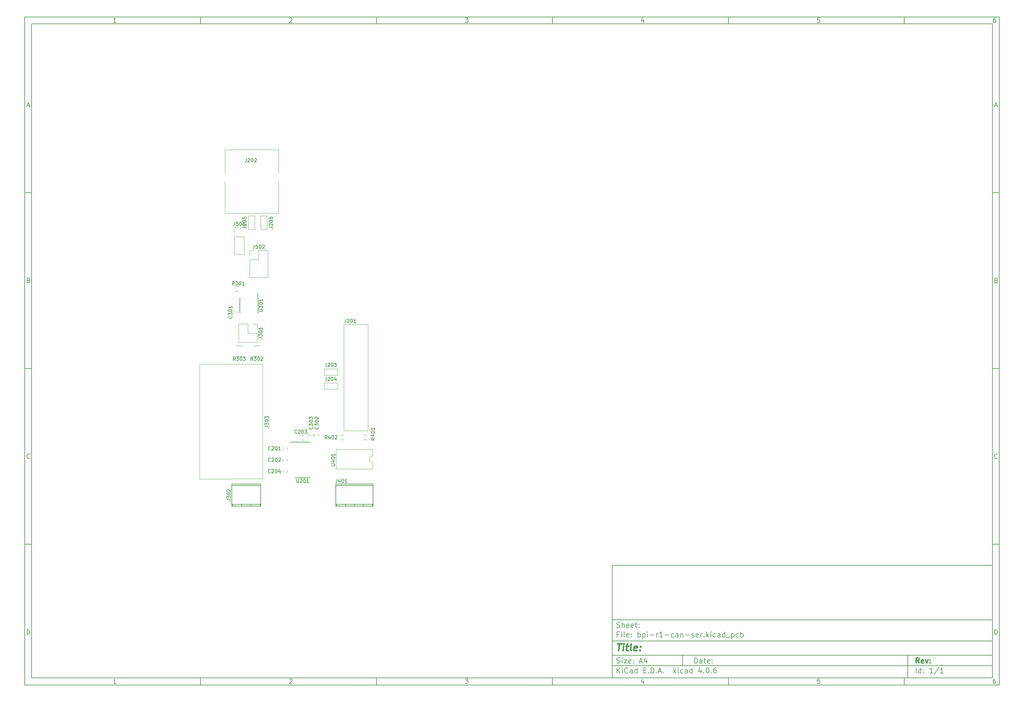
<source format=gto>
G04 #@! TF.FileFunction,Legend,Top*
%FSLAX46Y46*%
G04 Gerber Fmt 4.6, Leading zero omitted, Abs format (unit mm)*
G04 Created by KiCad (PCBNEW 4.0.6) date 07/31/17 19:13:33*
%MOMM*%
%LPD*%
G01*
G04 APERTURE LIST*
%ADD10C,0.100000*%
%ADD11C,0.150000*%
%ADD12C,0.300000*%
%ADD13C,0.400000*%
%ADD14C,0.120000*%
G04 APERTURE END LIST*
D10*
D11*
X177002200Y-166007200D02*
X177002200Y-198007200D01*
X285002200Y-198007200D01*
X285002200Y-166007200D01*
X177002200Y-166007200D01*
D10*
D11*
X10000000Y-10000000D02*
X10000000Y-200007200D01*
X287002200Y-200007200D01*
X287002200Y-10000000D01*
X10000000Y-10000000D01*
D10*
D11*
X12000000Y-12000000D02*
X12000000Y-198007200D01*
X285002200Y-198007200D01*
X285002200Y-12000000D01*
X12000000Y-12000000D01*
D10*
D11*
X60000000Y-12000000D02*
X60000000Y-10000000D01*
D10*
D11*
X110000000Y-12000000D02*
X110000000Y-10000000D01*
D10*
D11*
X160000000Y-12000000D02*
X160000000Y-10000000D01*
D10*
D11*
X210000000Y-12000000D02*
X210000000Y-10000000D01*
D10*
D11*
X260000000Y-12000000D02*
X260000000Y-10000000D01*
D10*
D11*
X35990476Y-11588095D02*
X35247619Y-11588095D01*
X35619048Y-11588095D02*
X35619048Y-10288095D01*
X35495238Y-10473810D01*
X35371429Y-10597619D01*
X35247619Y-10659524D01*
D10*
D11*
X85247619Y-10411905D02*
X85309524Y-10350000D01*
X85433333Y-10288095D01*
X85742857Y-10288095D01*
X85866667Y-10350000D01*
X85928571Y-10411905D01*
X85990476Y-10535714D01*
X85990476Y-10659524D01*
X85928571Y-10845238D01*
X85185714Y-11588095D01*
X85990476Y-11588095D01*
D10*
D11*
X135185714Y-10288095D02*
X135990476Y-10288095D01*
X135557143Y-10783333D01*
X135742857Y-10783333D01*
X135866667Y-10845238D01*
X135928571Y-10907143D01*
X135990476Y-11030952D01*
X135990476Y-11340476D01*
X135928571Y-11464286D01*
X135866667Y-11526190D01*
X135742857Y-11588095D01*
X135371429Y-11588095D01*
X135247619Y-11526190D01*
X135185714Y-11464286D01*
D10*
D11*
X185866667Y-10721429D02*
X185866667Y-11588095D01*
X185557143Y-10226190D02*
X185247619Y-11154762D01*
X186052381Y-11154762D01*
D10*
D11*
X235928571Y-10288095D02*
X235309524Y-10288095D01*
X235247619Y-10907143D01*
X235309524Y-10845238D01*
X235433333Y-10783333D01*
X235742857Y-10783333D01*
X235866667Y-10845238D01*
X235928571Y-10907143D01*
X235990476Y-11030952D01*
X235990476Y-11340476D01*
X235928571Y-11464286D01*
X235866667Y-11526190D01*
X235742857Y-11588095D01*
X235433333Y-11588095D01*
X235309524Y-11526190D01*
X235247619Y-11464286D01*
D10*
D11*
X285866667Y-10288095D02*
X285619048Y-10288095D01*
X285495238Y-10350000D01*
X285433333Y-10411905D01*
X285309524Y-10597619D01*
X285247619Y-10845238D01*
X285247619Y-11340476D01*
X285309524Y-11464286D01*
X285371429Y-11526190D01*
X285495238Y-11588095D01*
X285742857Y-11588095D01*
X285866667Y-11526190D01*
X285928571Y-11464286D01*
X285990476Y-11340476D01*
X285990476Y-11030952D01*
X285928571Y-10907143D01*
X285866667Y-10845238D01*
X285742857Y-10783333D01*
X285495238Y-10783333D01*
X285371429Y-10845238D01*
X285309524Y-10907143D01*
X285247619Y-11030952D01*
D10*
D11*
X60000000Y-198007200D02*
X60000000Y-200007200D01*
D10*
D11*
X110000000Y-198007200D02*
X110000000Y-200007200D01*
D10*
D11*
X160000000Y-198007200D02*
X160000000Y-200007200D01*
D10*
D11*
X210000000Y-198007200D02*
X210000000Y-200007200D01*
D10*
D11*
X260000000Y-198007200D02*
X260000000Y-200007200D01*
D10*
D11*
X35990476Y-199595295D02*
X35247619Y-199595295D01*
X35619048Y-199595295D02*
X35619048Y-198295295D01*
X35495238Y-198481010D01*
X35371429Y-198604819D01*
X35247619Y-198666724D01*
D10*
D11*
X85247619Y-198419105D02*
X85309524Y-198357200D01*
X85433333Y-198295295D01*
X85742857Y-198295295D01*
X85866667Y-198357200D01*
X85928571Y-198419105D01*
X85990476Y-198542914D01*
X85990476Y-198666724D01*
X85928571Y-198852438D01*
X85185714Y-199595295D01*
X85990476Y-199595295D01*
D10*
D11*
X135185714Y-198295295D02*
X135990476Y-198295295D01*
X135557143Y-198790533D01*
X135742857Y-198790533D01*
X135866667Y-198852438D01*
X135928571Y-198914343D01*
X135990476Y-199038152D01*
X135990476Y-199347676D01*
X135928571Y-199471486D01*
X135866667Y-199533390D01*
X135742857Y-199595295D01*
X135371429Y-199595295D01*
X135247619Y-199533390D01*
X135185714Y-199471486D01*
D10*
D11*
X185866667Y-198728629D02*
X185866667Y-199595295D01*
X185557143Y-198233390D02*
X185247619Y-199161962D01*
X186052381Y-199161962D01*
D10*
D11*
X235928571Y-198295295D02*
X235309524Y-198295295D01*
X235247619Y-198914343D01*
X235309524Y-198852438D01*
X235433333Y-198790533D01*
X235742857Y-198790533D01*
X235866667Y-198852438D01*
X235928571Y-198914343D01*
X235990476Y-199038152D01*
X235990476Y-199347676D01*
X235928571Y-199471486D01*
X235866667Y-199533390D01*
X235742857Y-199595295D01*
X235433333Y-199595295D01*
X235309524Y-199533390D01*
X235247619Y-199471486D01*
D10*
D11*
X285866667Y-198295295D02*
X285619048Y-198295295D01*
X285495238Y-198357200D01*
X285433333Y-198419105D01*
X285309524Y-198604819D01*
X285247619Y-198852438D01*
X285247619Y-199347676D01*
X285309524Y-199471486D01*
X285371429Y-199533390D01*
X285495238Y-199595295D01*
X285742857Y-199595295D01*
X285866667Y-199533390D01*
X285928571Y-199471486D01*
X285990476Y-199347676D01*
X285990476Y-199038152D01*
X285928571Y-198914343D01*
X285866667Y-198852438D01*
X285742857Y-198790533D01*
X285495238Y-198790533D01*
X285371429Y-198852438D01*
X285309524Y-198914343D01*
X285247619Y-199038152D01*
D10*
D11*
X10000000Y-60000000D02*
X12000000Y-60000000D01*
D10*
D11*
X10000000Y-110000000D02*
X12000000Y-110000000D01*
D10*
D11*
X10000000Y-160000000D02*
X12000000Y-160000000D01*
D10*
D11*
X10690476Y-35216667D02*
X11309524Y-35216667D01*
X10566667Y-35588095D02*
X11000000Y-34288095D01*
X11433333Y-35588095D01*
D10*
D11*
X11092857Y-84907143D02*
X11278571Y-84969048D01*
X11340476Y-85030952D01*
X11402381Y-85154762D01*
X11402381Y-85340476D01*
X11340476Y-85464286D01*
X11278571Y-85526190D01*
X11154762Y-85588095D01*
X10659524Y-85588095D01*
X10659524Y-84288095D01*
X11092857Y-84288095D01*
X11216667Y-84350000D01*
X11278571Y-84411905D01*
X11340476Y-84535714D01*
X11340476Y-84659524D01*
X11278571Y-84783333D01*
X11216667Y-84845238D01*
X11092857Y-84907143D01*
X10659524Y-84907143D01*
D10*
D11*
X11402381Y-135464286D02*
X11340476Y-135526190D01*
X11154762Y-135588095D01*
X11030952Y-135588095D01*
X10845238Y-135526190D01*
X10721429Y-135402381D01*
X10659524Y-135278571D01*
X10597619Y-135030952D01*
X10597619Y-134845238D01*
X10659524Y-134597619D01*
X10721429Y-134473810D01*
X10845238Y-134350000D01*
X11030952Y-134288095D01*
X11154762Y-134288095D01*
X11340476Y-134350000D01*
X11402381Y-134411905D01*
D10*
D11*
X10659524Y-185588095D02*
X10659524Y-184288095D01*
X10969048Y-184288095D01*
X11154762Y-184350000D01*
X11278571Y-184473810D01*
X11340476Y-184597619D01*
X11402381Y-184845238D01*
X11402381Y-185030952D01*
X11340476Y-185278571D01*
X11278571Y-185402381D01*
X11154762Y-185526190D01*
X10969048Y-185588095D01*
X10659524Y-185588095D01*
D10*
D11*
X287002200Y-60000000D02*
X285002200Y-60000000D01*
D10*
D11*
X287002200Y-110000000D02*
X285002200Y-110000000D01*
D10*
D11*
X287002200Y-160000000D02*
X285002200Y-160000000D01*
D10*
D11*
X285692676Y-35216667D02*
X286311724Y-35216667D01*
X285568867Y-35588095D02*
X286002200Y-34288095D01*
X286435533Y-35588095D01*
D10*
D11*
X286095057Y-84907143D02*
X286280771Y-84969048D01*
X286342676Y-85030952D01*
X286404581Y-85154762D01*
X286404581Y-85340476D01*
X286342676Y-85464286D01*
X286280771Y-85526190D01*
X286156962Y-85588095D01*
X285661724Y-85588095D01*
X285661724Y-84288095D01*
X286095057Y-84288095D01*
X286218867Y-84350000D01*
X286280771Y-84411905D01*
X286342676Y-84535714D01*
X286342676Y-84659524D01*
X286280771Y-84783333D01*
X286218867Y-84845238D01*
X286095057Y-84907143D01*
X285661724Y-84907143D01*
D10*
D11*
X286404581Y-135464286D02*
X286342676Y-135526190D01*
X286156962Y-135588095D01*
X286033152Y-135588095D01*
X285847438Y-135526190D01*
X285723629Y-135402381D01*
X285661724Y-135278571D01*
X285599819Y-135030952D01*
X285599819Y-134845238D01*
X285661724Y-134597619D01*
X285723629Y-134473810D01*
X285847438Y-134350000D01*
X286033152Y-134288095D01*
X286156962Y-134288095D01*
X286342676Y-134350000D01*
X286404581Y-134411905D01*
D10*
D11*
X285661724Y-185588095D02*
X285661724Y-184288095D01*
X285971248Y-184288095D01*
X286156962Y-184350000D01*
X286280771Y-184473810D01*
X286342676Y-184597619D01*
X286404581Y-184845238D01*
X286404581Y-185030952D01*
X286342676Y-185278571D01*
X286280771Y-185402381D01*
X286156962Y-185526190D01*
X285971248Y-185588095D01*
X285661724Y-185588095D01*
D10*
D11*
X200359343Y-193785771D02*
X200359343Y-192285771D01*
X200716486Y-192285771D01*
X200930771Y-192357200D01*
X201073629Y-192500057D01*
X201145057Y-192642914D01*
X201216486Y-192928629D01*
X201216486Y-193142914D01*
X201145057Y-193428629D01*
X201073629Y-193571486D01*
X200930771Y-193714343D01*
X200716486Y-193785771D01*
X200359343Y-193785771D01*
X202502200Y-193785771D02*
X202502200Y-193000057D01*
X202430771Y-192857200D01*
X202287914Y-192785771D01*
X202002200Y-192785771D01*
X201859343Y-192857200D01*
X202502200Y-193714343D02*
X202359343Y-193785771D01*
X202002200Y-193785771D01*
X201859343Y-193714343D01*
X201787914Y-193571486D01*
X201787914Y-193428629D01*
X201859343Y-193285771D01*
X202002200Y-193214343D01*
X202359343Y-193214343D01*
X202502200Y-193142914D01*
X203002200Y-192785771D02*
X203573629Y-192785771D01*
X203216486Y-192285771D02*
X203216486Y-193571486D01*
X203287914Y-193714343D01*
X203430772Y-193785771D01*
X203573629Y-193785771D01*
X204645057Y-193714343D02*
X204502200Y-193785771D01*
X204216486Y-193785771D01*
X204073629Y-193714343D01*
X204002200Y-193571486D01*
X204002200Y-193000057D01*
X204073629Y-192857200D01*
X204216486Y-192785771D01*
X204502200Y-192785771D01*
X204645057Y-192857200D01*
X204716486Y-193000057D01*
X204716486Y-193142914D01*
X204002200Y-193285771D01*
X205359343Y-193642914D02*
X205430771Y-193714343D01*
X205359343Y-193785771D01*
X205287914Y-193714343D01*
X205359343Y-193642914D01*
X205359343Y-193785771D01*
X205359343Y-192857200D02*
X205430771Y-192928629D01*
X205359343Y-193000057D01*
X205287914Y-192928629D01*
X205359343Y-192857200D01*
X205359343Y-193000057D01*
D10*
D11*
X177002200Y-194507200D02*
X285002200Y-194507200D01*
D10*
D11*
X178359343Y-196585771D02*
X178359343Y-195085771D01*
X179216486Y-196585771D02*
X178573629Y-195728629D01*
X179216486Y-195085771D02*
X178359343Y-195942914D01*
X179859343Y-196585771D02*
X179859343Y-195585771D01*
X179859343Y-195085771D02*
X179787914Y-195157200D01*
X179859343Y-195228629D01*
X179930771Y-195157200D01*
X179859343Y-195085771D01*
X179859343Y-195228629D01*
X181430772Y-196442914D02*
X181359343Y-196514343D01*
X181145057Y-196585771D01*
X181002200Y-196585771D01*
X180787915Y-196514343D01*
X180645057Y-196371486D01*
X180573629Y-196228629D01*
X180502200Y-195942914D01*
X180502200Y-195728629D01*
X180573629Y-195442914D01*
X180645057Y-195300057D01*
X180787915Y-195157200D01*
X181002200Y-195085771D01*
X181145057Y-195085771D01*
X181359343Y-195157200D01*
X181430772Y-195228629D01*
X182716486Y-196585771D02*
X182716486Y-195800057D01*
X182645057Y-195657200D01*
X182502200Y-195585771D01*
X182216486Y-195585771D01*
X182073629Y-195657200D01*
X182716486Y-196514343D02*
X182573629Y-196585771D01*
X182216486Y-196585771D01*
X182073629Y-196514343D01*
X182002200Y-196371486D01*
X182002200Y-196228629D01*
X182073629Y-196085771D01*
X182216486Y-196014343D01*
X182573629Y-196014343D01*
X182716486Y-195942914D01*
X184073629Y-196585771D02*
X184073629Y-195085771D01*
X184073629Y-196514343D02*
X183930772Y-196585771D01*
X183645058Y-196585771D01*
X183502200Y-196514343D01*
X183430772Y-196442914D01*
X183359343Y-196300057D01*
X183359343Y-195871486D01*
X183430772Y-195728629D01*
X183502200Y-195657200D01*
X183645058Y-195585771D01*
X183930772Y-195585771D01*
X184073629Y-195657200D01*
X185930772Y-195800057D02*
X186430772Y-195800057D01*
X186645058Y-196585771D02*
X185930772Y-196585771D01*
X185930772Y-195085771D01*
X186645058Y-195085771D01*
X187287915Y-196442914D02*
X187359343Y-196514343D01*
X187287915Y-196585771D01*
X187216486Y-196514343D01*
X187287915Y-196442914D01*
X187287915Y-196585771D01*
X188002201Y-196585771D02*
X188002201Y-195085771D01*
X188359344Y-195085771D01*
X188573629Y-195157200D01*
X188716487Y-195300057D01*
X188787915Y-195442914D01*
X188859344Y-195728629D01*
X188859344Y-195942914D01*
X188787915Y-196228629D01*
X188716487Y-196371486D01*
X188573629Y-196514343D01*
X188359344Y-196585771D01*
X188002201Y-196585771D01*
X189502201Y-196442914D02*
X189573629Y-196514343D01*
X189502201Y-196585771D01*
X189430772Y-196514343D01*
X189502201Y-196442914D01*
X189502201Y-196585771D01*
X190145058Y-196157200D02*
X190859344Y-196157200D01*
X190002201Y-196585771D02*
X190502201Y-195085771D01*
X191002201Y-196585771D01*
X191502201Y-196442914D02*
X191573629Y-196514343D01*
X191502201Y-196585771D01*
X191430772Y-196514343D01*
X191502201Y-196442914D01*
X191502201Y-196585771D01*
X194502201Y-196585771D02*
X194502201Y-195085771D01*
X194645058Y-196014343D02*
X195073629Y-196585771D01*
X195073629Y-195585771D02*
X194502201Y-196157200D01*
X195716487Y-196585771D02*
X195716487Y-195585771D01*
X195716487Y-195085771D02*
X195645058Y-195157200D01*
X195716487Y-195228629D01*
X195787915Y-195157200D01*
X195716487Y-195085771D01*
X195716487Y-195228629D01*
X197073630Y-196514343D02*
X196930773Y-196585771D01*
X196645059Y-196585771D01*
X196502201Y-196514343D01*
X196430773Y-196442914D01*
X196359344Y-196300057D01*
X196359344Y-195871486D01*
X196430773Y-195728629D01*
X196502201Y-195657200D01*
X196645059Y-195585771D01*
X196930773Y-195585771D01*
X197073630Y-195657200D01*
X198359344Y-196585771D02*
X198359344Y-195800057D01*
X198287915Y-195657200D01*
X198145058Y-195585771D01*
X197859344Y-195585771D01*
X197716487Y-195657200D01*
X198359344Y-196514343D02*
X198216487Y-196585771D01*
X197859344Y-196585771D01*
X197716487Y-196514343D01*
X197645058Y-196371486D01*
X197645058Y-196228629D01*
X197716487Y-196085771D01*
X197859344Y-196014343D01*
X198216487Y-196014343D01*
X198359344Y-195942914D01*
X199716487Y-196585771D02*
X199716487Y-195085771D01*
X199716487Y-196514343D02*
X199573630Y-196585771D01*
X199287916Y-196585771D01*
X199145058Y-196514343D01*
X199073630Y-196442914D01*
X199002201Y-196300057D01*
X199002201Y-195871486D01*
X199073630Y-195728629D01*
X199145058Y-195657200D01*
X199287916Y-195585771D01*
X199573630Y-195585771D01*
X199716487Y-195657200D01*
X202216487Y-195585771D02*
X202216487Y-196585771D01*
X201859344Y-195014343D02*
X201502201Y-196085771D01*
X202430773Y-196085771D01*
X203002201Y-196442914D02*
X203073629Y-196514343D01*
X203002201Y-196585771D01*
X202930772Y-196514343D01*
X203002201Y-196442914D01*
X203002201Y-196585771D01*
X204002201Y-195085771D02*
X204145058Y-195085771D01*
X204287915Y-195157200D01*
X204359344Y-195228629D01*
X204430773Y-195371486D01*
X204502201Y-195657200D01*
X204502201Y-196014343D01*
X204430773Y-196300057D01*
X204359344Y-196442914D01*
X204287915Y-196514343D01*
X204145058Y-196585771D01*
X204002201Y-196585771D01*
X203859344Y-196514343D01*
X203787915Y-196442914D01*
X203716487Y-196300057D01*
X203645058Y-196014343D01*
X203645058Y-195657200D01*
X203716487Y-195371486D01*
X203787915Y-195228629D01*
X203859344Y-195157200D01*
X204002201Y-195085771D01*
X205145058Y-196442914D02*
X205216486Y-196514343D01*
X205145058Y-196585771D01*
X205073629Y-196514343D01*
X205145058Y-196442914D01*
X205145058Y-196585771D01*
X206502201Y-195085771D02*
X206216487Y-195085771D01*
X206073630Y-195157200D01*
X206002201Y-195228629D01*
X205859344Y-195442914D01*
X205787915Y-195728629D01*
X205787915Y-196300057D01*
X205859344Y-196442914D01*
X205930772Y-196514343D01*
X206073630Y-196585771D01*
X206359344Y-196585771D01*
X206502201Y-196514343D01*
X206573630Y-196442914D01*
X206645058Y-196300057D01*
X206645058Y-195942914D01*
X206573630Y-195800057D01*
X206502201Y-195728629D01*
X206359344Y-195657200D01*
X206073630Y-195657200D01*
X205930772Y-195728629D01*
X205859344Y-195800057D01*
X205787915Y-195942914D01*
D10*
D11*
X177002200Y-191507200D02*
X285002200Y-191507200D01*
D10*
D12*
X264216486Y-193785771D02*
X263716486Y-193071486D01*
X263359343Y-193785771D02*
X263359343Y-192285771D01*
X263930771Y-192285771D01*
X264073629Y-192357200D01*
X264145057Y-192428629D01*
X264216486Y-192571486D01*
X264216486Y-192785771D01*
X264145057Y-192928629D01*
X264073629Y-193000057D01*
X263930771Y-193071486D01*
X263359343Y-193071486D01*
X265430771Y-193714343D02*
X265287914Y-193785771D01*
X265002200Y-193785771D01*
X264859343Y-193714343D01*
X264787914Y-193571486D01*
X264787914Y-193000057D01*
X264859343Y-192857200D01*
X265002200Y-192785771D01*
X265287914Y-192785771D01*
X265430771Y-192857200D01*
X265502200Y-193000057D01*
X265502200Y-193142914D01*
X264787914Y-193285771D01*
X266002200Y-192785771D02*
X266359343Y-193785771D01*
X266716485Y-192785771D01*
X267287914Y-193642914D02*
X267359342Y-193714343D01*
X267287914Y-193785771D01*
X267216485Y-193714343D01*
X267287914Y-193642914D01*
X267287914Y-193785771D01*
X267287914Y-192857200D02*
X267359342Y-192928629D01*
X267287914Y-193000057D01*
X267216485Y-192928629D01*
X267287914Y-192857200D01*
X267287914Y-193000057D01*
D10*
D11*
X178287914Y-193714343D02*
X178502200Y-193785771D01*
X178859343Y-193785771D01*
X179002200Y-193714343D01*
X179073629Y-193642914D01*
X179145057Y-193500057D01*
X179145057Y-193357200D01*
X179073629Y-193214343D01*
X179002200Y-193142914D01*
X178859343Y-193071486D01*
X178573629Y-193000057D01*
X178430771Y-192928629D01*
X178359343Y-192857200D01*
X178287914Y-192714343D01*
X178287914Y-192571486D01*
X178359343Y-192428629D01*
X178430771Y-192357200D01*
X178573629Y-192285771D01*
X178930771Y-192285771D01*
X179145057Y-192357200D01*
X179787914Y-193785771D02*
X179787914Y-192785771D01*
X179787914Y-192285771D02*
X179716485Y-192357200D01*
X179787914Y-192428629D01*
X179859342Y-192357200D01*
X179787914Y-192285771D01*
X179787914Y-192428629D01*
X180359343Y-192785771D02*
X181145057Y-192785771D01*
X180359343Y-193785771D01*
X181145057Y-193785771D01*
X182287914Y-193714343D02*
X182145057Y-193785771D01*
X181859343Y-193785771D01*
X181716486Y-193714343D01*
X181645057Y-193571486D01*
X181645057Y-193000057D01*
X181716486Y-192857200D01*
X181859343Y-192785771D01*
X182145057Y-192785771D01*
X182287914Y-192857200D01*
X182359343Y-193000057D01*
X182359343Y-193142914D01*
X181645057Y-193285771D01*
X183002200Y-193642914D02*
X183073628Y-193714343D01*
X183002200Y-193785771D01*
X182930771Y-193714343D01*
X183002200Y-193642914D01*
X183002200Y-193785771D01*
X183002200Y-192857200D02*
X183073628Y-192928629D01*
X183002200Y-193000057D01*
X182930771Y-192928629D01*
X183002200Y-192857200D01*
X183002200Y-193000057D01*
X184787914Y-193357200D02*
X185502200Y-193357200D01*
X184645057Y-193785771D02*
X185145057Y-192285771D01*
X185645057Y-193785771D01*
X186787914Y-192785771D02*
X186787914Y-193785771D01*
X186430771Y-192214343D02*
X186073628Y-193285771D01*
X187002200Y-193285771D01*
D10*
D11*
X263359343Y-196585771D02*
X263359343Y-195085771D01*
X264716486Y-196585771D02*
X264716486Y-195085771D01*
X264716486Y-196514343D02*
X264573629Y-196585771D01*
X264287915Y-196585771D01*
X264145057Y-196514343D01*
X264073629Y-196442914D01*
X264002200Y-196300057D01*
X264002200Y-195871486D01*
X264073629Y-195728629D01*
X264145057Y-195657200D01*
X264287915Y-195585771D01*
X264573629Y-195585771D01*
X264716486Y-195657200D01*
X265430772Y-196442914D02*
X265502200Y-196514343D01*
X265430772Y-196585771D01*
X265359343Y-196514343D01*
X265430772Y-196442914D01*
X265430772Y-196585771D01*
X265430772Y-195657200D02*
X265502200Y-195728629D01*
X265430772Y-195800057D01*
X265359343Y-195728629D01*
X265430772Y-195657200D01*
X265430772Y-195800057D01*
X268073629Y-196585771D02*
X267216486Y-196585771D01*
X267645058Y-196585771D02*
X267645058Y-195085771D01*
X267502201Y-195300057D01*
X267359343Y-195442914D01*
X267216486Y-195514343D01*
X269787914Y-195014343D02*
X268502200Y-196942914D01*
X271073629Y-196585771D02*
X270216486Y-196585771D01*
X270645058Y-196585771D02*
X270645058Y-195085771D01*
X270502201Y-195300057D01*
X270359343Y-195442914D01*
X270216486Y-195514343D01*
D10*
D11*
X177002200Y-187507200D02*
X285002200Y-187507200D01*
D10*
D13*
X178454581Y-188211962D02*
X179597438Y-188211962D01*
X178776010Y-190211962D02*
X179026010Y-188211962D01*
X180014105Y-190211962D02*
X180180771Y-188878629D01*
X180264105Y-188211962D02*
X180156962Y-188307200D01*
X180240295Y-188402438D01*
X180347439Y-188307200D01*
X180264105Y-188211962D01*
X180240295Y-188402438D01*
X180847438Y-188878629D02*
X181609343Y-188878629D01*
X181216486Y-188211962D02*
X181002200Y-189926248D01*
X181073630Y-190116724D01*
X181252201Y-190211962D01*
X181442677Y-190211962D01*
X182395058Y-190211962D02*
X182216487Y-190116724D01*
X182145057Y-189926248D01*
X182359343Y-188211962D01*
X183930772Y-190116724D02*
X183728391Y-190211962D01*
X183347439Y-190211962D01*
X183168867Y-190116724D01*
X183097438Y-189926248D01*
X183192676Y-189164343D01*
X183311724Y-188973867D01*
X183514105Y-188878629D01*
X183895057Y-188878629D01*
X184073629Y-188973867D01*
X184145057Y-189164343D01*
X184121248Y-189354819D01*
X183145057Y-189545295D01*
X184895057Y-190021486D02*
X184978392Y-190116724D01*
X184871248Y-190211962D01*
X184787915Y-190116724D01*
X184895057Y-190021486D01*
X184871248Y-190211962D01*
X185026010Y-188973867D02*
X185109344Y-189069105D01*
X185002200Y-189164343D01*
X184918867Y-189069105D01*
X185026010Y-188973867D01*
X185002200Y-189164343D01*
D10*
D11*
X178859343Y-185600057D02*
X178359343Y-185600057D01*
X178359343Y-186385771D02*
X178359343Y-184885771D01*
X179073629Y-184885771D01*
X179645057Y-186385771D02*
X179645057Y-185385771D01*
X179645057Y-184885771D02*
X179573628Y-184957200D01*
X179645057Y-185028629D01*
X179716485Y-184957200D01*
X179645057Y-184885771D01*
X179645057Y-185028629D01*
X180573629Y-186385771D02*
X180430771Y-186314343D01*
X180359343Y-186171486D01*
X180359343Y-184885771D01*
X181716485Y-186314343D02*
X181573628Y-186385771D01*
X181287914Y-186385771D01*
X181145057Y-186314343D01*
X181073628Y-186171486D01*
X181073628Y-185600057D01*
X181145057Y-185457200D01*
X181287914Y-185385771D01*
X181573628Y-185385771D01*
X181716485Y-185457200D01*
X181787914Y-185600057D01*
X181787914Y-185742914D01*
X181073628Y-185885771D01*
X182430771Y-186242914D02*
X182502199Y-186314343D01*
X182430771Y-186385771D01*
X182359342Y-186314343D01*
X182430771Y-186242914D01*
X182430771Y-186385771D01*
X182430771Y-185457200D02*
X182502199Y-185528629D01*
X182430771Y-185600057D01*
X182359342Y-185528629D01*
X182430771Y-185457200D01*
X182430771Y-185600057D01*
X184287914Y-186385771D02*
X184287914Y-184885771D01*
X184287914Y-185457200D02*
X184430771Y-185385771D01*
X184716485Y-185385771D01*
X184859342Y-185457200D01*
X184930771Y-185528629D01*
X185002200Y-185671486D01*
X185002200Y-186100057D01*
X184930771Y-186242914D01*
X184859342Y-186314343D01*
X184716485Y-186385771D01*
X184430771Y-186385771D01*
X184287914Y-186314343D01*
X185645057Y-185385771D02*
X185645057Y-186885771D01*
X185645057Y-185457200D02*
X185787914Y-185385771D01*
X186073628Y-185385771D01*
X186216485Y-185457200D01*
X186287914Y-185528629D01*
X186359343Y-185671486D01*
X186359343Y-186100057D01*
X186287914Y-186242914D01*
X186216485Y-186314343D01*
X186073628Y-186385771D01*
X185787914Y-186385771D01*
X185645057Y-186314343D01*
X187002200Y-186385771D02*
X187002200Y-185385771D01*
X187002200Y-184885771D02*
X186930771Y-184957200D01*
X187002200Y-185028629D01*
X187073628Y-184957200D01*
X187002200Y-184885771D01*
X187002200Y-185028629D01*
X187716486Y-185814343D02*
X188859343Y-185814343D01*
X189573629Y-186385771D02*
X189573629Y-185385771D01*
X189573629Y-185671486D02*
X189645057Y-185528629D01*
X189716486Y-185457200D01*
X189859343Y-185385771D01*
X190002200Y-185385771D01*
X191287914Y-186385771D02*
X190430771Y-186385771D01*
X190859343Y-186385771D02*
X190859343Y-184885771D01*
X190716486Y-185100057D01*
X190573628Y-185242914D01*
X190430771Y-185314343D01*
X191930771Y-185814343D02*
X193073628Y-185814343D01*
X194430771Y-186314343D02*
X194287914Y-186385771D01*
X194002200Y-186385771D01*
X193859342Y-186314343D01*
X193787914Y-186242914D01*
X193716485Y-186100057D01*
X193716485Y-185671486D01*
X193787914Y-185528629D01*
X193859342Y-185457200D01*
X194002200Y-185385771D01*
X194287914Y-185385771D01*
X194430771Y-185457200D01*
X195716485Y-186385771D02*
X195716485Y-185600057D01*
X195645056Y-185457200D01*
X195502199Y-185385771D01*
X195216485Y-185385771D01*
X195073628Y-185457200D01*
X195716485Y-186314343D02*
X195573628Y-186385771D01*
X195216485Y-186385771D01*
X195073628Y-186314343D01*
X195002199Y-186171486D01*
X195002199Y-186028629D01*
X195073628Y-185885771D01*
X195216485Y-185814343D01*
X195573628Y-185814343D01*
X195716485Y-185742914D01*
X196430771Y-185385771D02*
X196430771Y-186385771D01*
X196430771Y-185528629D02*
X196502199Y-185457200D01*
X196645057Y-185385771D01*
X196859342Y-185385771D01*
X197002199Y-185457200D01*
X197073628Y-185600057D01*
X197073628Y-186385771D01*
X197787914Y-185814343D02*
X198930771Y-185814343D01*
X199573628Y-186314343D02*
X199716485Y-186385771D01*
X200002200Y-186385771D01*
X200145057Y-186314343D01*
X200216485Y-186171486D01*
X200216485Y-186100057D01*
X200145057Y-185957200D01*
X200002200Y-185885771D01*
X199787914Y-185885771D01*
X199645057Y-185814343D01*
X199573628Y-185671486D01*
X199573628Y-185600057D01*
X199645057Y-185457200D01*
X199787914Y-185385771D01*
X200002200Y-185385771D01*
X200145057Y-185457200D01*
X201430771Y-186314343D02*
X201287914Y-186385771D01*
X201002200Y-186385771D01*
X200859343Y-186314343D01*
X200787914Y-186171486D01*
X200787914Y-185600057D01*
X200859343Y-185457200D01*
X201002200Y-185385771D01*
X201287914Y-185385771D01*
X201430771Y-185457200D01*
X201502200Y-185600057D01*
X201502200Y-185742914D01*
X200787914Y-185885771D01*
X202145057Y-186385771D02*
X202145057Y-185385771D01*
X202145057Y-185671486D02*
X202216485Y-185528629D01*
X202287914Y-185457200D01*
X202430771Y-185385771D01*
X202573628Y-185385771D01*
X203073628Y-186242914D02*
X203145056Y-186314343D01*
X203073628Y-186385771D01*
X203002199Y-186314343D01*
X203073628Y-186242914D01*
X203073628Y-186385771D01*
X203787914Y-186385771D02*
X203787914Y-184885771D01*
X203930771Y-185814343D02*
X204359342Y-186385771D01*
X204359342Y-185385771D02*
X203787914Y-185957200D01*
X205002200Y-186385771D02*
X205002200Y-185385771D01*
X205002200Y-184885771D02*
X204930771Y-184957200D01*
X205002200Y-185028629D01*
X205073628Y-184957200D01*
X205002200Y-184885771D01*
X205002200Y-185028629D01*
X206359343Y-186314343D02*
X206216486Y-186385771D01*
X205930772Y-186385771D01*
X205787914Y-186314343D01*
X205716486Y-186242914D01*
X205645057Y-186100057D01*
X205645057Y-185671486D01*
X205716486Y-185528629D01*
X205787914Y-185457200D01*
X205930772Y-185385771D01*
X206216486Y-185385771D01*
X206359343Y-185457200D01*
X207645057Y-186385771D02*
X207645057Y-185600057D01*
X207573628Y-185457200D01*
X207430771Y-185385771D01*
X207145057Y-185385771D01*
X207002200Y-185457200D01*
X207645057Y-186314343D02*
X207502200Y-186385771D01*
X207145057Y-186385771D01*
X207002200Y-186314343D01*
X206930771Y-186171486D01*
X206930771Y-186028629D01*
X207002200Y-185885771D01*
X207145057Y-185814343D01*
X207502200Y-185814343D01*
X207645057Y-185742914D01*
X209002200Y-186385771D02*
X209002200Y-184885771D01*
X209002200Y-186314343D02*
X208859343Y-186385771D01*
X208573629Y-186385771D01*
X208430771Y-186314343D01*
X208359343Y-186242914D01*
X208287914Y-186100057D01*
X208287914Y-185671486D01*
X208359343Y-185528629D01*
X208430771Y-185457200D01*
X208573629Y-185385771D01*
X208859343Y-185385771D01*
X209002200Y-185457200D01*
X209359343Y-186528629D02*
X210502200Y-186528629D01*
X210859343Y-185385771D02*
X210859343Y-186885771D01*
X210859343Y-185457200D02*
X211002200Y-185385771D01*
X211287914Y-185385771D01*
X211430771Y-185457200D01*
X211502200Y-185528629D01*
X211573629Y-185671486D01*
X211573629Y-186100057D01*
X211502200Y-186242914D01*
X211430771Y-186314343D01*
X211287914Y-186385771D01*
X211002200Y-186385771D01*
X210859343Y-186314343D01*
X212859343Y-186314343D02*
X212716486Y-186385771D01*
X212430772Y-186385771D01*
X212287914Y-186314343D01*
X212216486Y-186242914D01*
X212145057Y-186100057D01*
X212145057Y-185671486D01*
X212216486Y-185528629D01*
X212287914Y-185457200D01*
X212430772Y-185385771D01*
X212716486Y-185385771D01*
X212859343Y-185457200D01*
X213502200Y-186385771D02*
X213502200Y-184885771D01*
X213502200Y-185457200D02*
X213645057Y-185385771D01*
X213930771Y-185385771D01*
X214073628Y-185457200D01*
X214145057Y-185528629D01*
X214216486Y-185671486D01*
X214216486Y-186100057D01*
X214145057Y-186242914D01*
X214073628Y-186314343D01*
X213930771Y-186385771D01*
X213645057Y-186385771D01*
X213502200Y-186314343D01*
D10*
D11*
X177002200Y-181507200D02*
X285002200Y-181507200D01*
D10*
D11*
X178287914Y-183614343D02*
X178502200Y-183685771D01*
X178859343Y-183685771D01*
X179002200Y-183614343D01*
X179073629Y-183542914D01*
X179145057Y-183400057D01*
X179145057Y-183257200D01*
X179073629Y-183114343D01*
X179002200Y-183042914D01*
X178859343Y-182971486D01*
X178573629Y-182900057D01*
X178430771Y-182828629D01*
X178359343Y-182757200D01*
X178287914Y-182614343D01*
X178287914Y-182471486D01*
X178359343Y-182328629D01*
X178430771Y-182257200D01*
X178573629Y-182185771D01*
X178930771Y-182185771D01*
X179145057Y-182257200D01*
X179787914Y-183685771D02*
X179787914Y-182185771D01*
X180430771Y-183685771D02*
X180430771Y-182900057D01*
X180359342Y-182757200D01*
X180216485Y-182685771D01*
X180002200Y-182685771D01*
X179859342Y-182757200D01*
X179787914Y-182828629D01*
X181716485Y-183614343D02*
X181573628Y-183685771D01*
X181287914Y-183685771D01*
X181145057Y-183614343D01*
X181073628Y-183471486D01*
X181073628Y-182900057D01*
X181145057Y-182757200D01*
X181287914Y-182685771D01*
X181573628Y-182685771D01*
X181716485Y-182757200D01*
X181787914Y-182900057D01*
X181787914Y-183042914D01*
X181073628Y-183185771D01*
X183002199Y-183614343D02*
X182859342Y-183685771D01*
X182573628Y-183685771D01*
X182430771Y-183614343D01*
X182359342Y-183471486D01*
X182359342Y-182900057D01*
X182430771Y-182757200D01*
X182573628Y-182685771D01*
X182859342Y-182685771D01*
X183002199Y-182757200D01*
X183073628Y-182900057D01*
X183073628Y-183042914D01*
X182359342Y-183185771D01*
X183502199Y-182685771D02*
X184073628Y-182685771D01*
X183716485Y-182185771D02*
X183716485Y-183471486D01*
X183787913Y-183614343D01*
X183930771Y-183685771D01*
X184073628Y-183685771D01*
X184573628Y-183542914D02*
X184645056Y-183614343D01*
X184573628Y-183685771D01*
X184502199Y-183614343D01*
X184573628Y-183542914D01*
X184573628Y-183685771D01*
X184573628Y-182757200D02*
X184645056Y-182828629D01*
X184573628Y-182900057D01*
X184502199Y-182828629D01*
X184573628Y-182757200D01*
X184573628Y-182900057D01*
D10*
D11*
X197002200Y-191507200D02*
X197002200Y-194507200D01*
D10*
D11*
X261002200Y-191507200D02*
X261002200Y-198007200D01*
D14*
X82170000Y-47780000D02*
X66930000Y-47780000D01*
X66930000Y-65810000D02*
X66940000Y-56820000D01*
X66930000Y-65810000D02*
X82170000Y-65810000D01*
X82170000Y-65810000D02*
X82170000Y-56810000D01*
X66940000Y-54480000D02*
X66930000Y-47780000D01*
X82170000Y-54490000D02*
X82170000Y-47780000D01*
X98910000Y-110110000D02*
X95090000Y-110110000D01*
X95090000Y-110110000D02*
X95090000Y-111890000D01*
X95090000Y-111890000D02*
X98910000Y-111890000D01*
X98910000Y-110110000D02*
X98910000Y-111890000D01*
X98910000Y-114110000D02*
X95090000Y-114110000D01*
X95090000Y-114110000D02*
X95090000Y-115890000D01*
X95090000Y-115890000D02*
X98910000Y-115890000D01*
X98910000Y-114110000D02*
X98910000Y-115890000D01*
X75390000Y-70410000D02*
X75390000Y-66590000D01*
X75390000Y-66590000D02*
X73610000Y-66590000D01*
X73610000Y-66590000D02*
X73610000Y-70410000D01*
X75390000Y-70410000D02*
X73610000Y-70410000D01*
X78890000Y-70410000D02*
X78890000Y-66590000D01*
X78890000Y-66590000D02*
X77110000Y-66590000D01*
X77110000Y-66590000D02*
X77110000Y-70410000D01*
X78890000Y-70410000D02*
X77110000Y-70410000D01*
X73430000Y-97330000D02*
X70830000Y-97330000D01*
X70830000Y-97330000D02*
X70830000Y-102530000D01*
X70830000Y-102530000D02*
X76030000Y-102530000D01*
X76030000Y-102530000D02*
X76030000Y-99930000D01*
X76030000Y-99930000D02*
X73430000Y-99930000D01*
X73430000Y-99930000D02*
X73430000Y-97330000D01*
X74700000Y-97330000D02*
X76030000Y-97330000D01*
X76030000Y-97330000D02*
X76030000Y-98660000D01*
D11*
X77099560Y-142901200D02*
X68900440Y-142901200D01*
X77099560Y-143299980D02*
X68900440Y-143299980D01*
X77099560Y-148600960D02*
X68900440Y-148600960D01*
X68900440Y-149098800D02*
X77099560Y-149098800D01*
X74300480Y-148600960D02*
X74300480Y-149098800D01*
X69101100Y-149098800D02*
X69101100Y-148600960D01*
X76901440Y-148600960D02*
X76901440Y-149098800D01*
X71702060Y-149098800D02*
X71702060Y-148600960D01*
X77099560Y-149098800D02*
X77099560Y-142901200D01*
X68902980Y-142901200D02*
X68902980Y-149098800D01*
X109030980Y-142901200D02*
X98429020Y-142901200D01*
X98429020Y-143299980D02*
X109030980Y-143299980D01*
X98429020Y-148600960D02*
X109030980Y-148600960D01*
X109030980Y-149098800D02*
X98429020Y-149098800D01*
X106226820Y-148600960D02*
X106226820Y-149098800D01*
X103730000Y-148600960D02*
X103730000Y-149098800D01*
X98632220Y-149098800D02*
X98632220Y-148600960D01*
X108830320Y-148600960D02*
X108830320Y-149098800D01*
X101233180Y-149098800D02*
X101233180Y-148600960D01*
X109028440Y-149098800D02*
X109028440Y-142901200D01*
X98434100Y-142901200D02*
X98434100Y-149098800D01*
X76275000Y-89925000D02*
X76225000Y-89925000D01*
X76275000Y-94075000D02*
X76130000Y-94075000D01*
X71125000Y-94075000D02*
X71270000Y-94075000D01*
X71125000Y-89925000D02*
X71270000Y-89925000D01*
X76275000Y-89925000D02*
X76275000Y-94075000D01*
X71125000Y-89925000D02*
X71125000Y-94075000D01*
X76225000Y-89925000D02*
X76225000Y-88525000D01*
D14*
X108930000Y-134810000D02*
X108930000Y-133040000D01*
X108930000Y-133040000D02*
X98530000Y-133040000D01*
X98530000Y-133040000D02*
X98530000Y-138580000D01*
X98530000Y-138580000D02*
X108930000Y-138580000D01*
X108930000Y-138580000D02*
X108930000Y-136810000D01*
X108930000Y-136810000D02*
G75*
G02X108930000Y-134810000I0J1000000D01*
G01*
X59720000Y-141390000D02*
X77620000Y-141340000D01*
X77620000Y-141340000D02*
X77620000Y-108740000D01*
X77620000Y-108740000D02*
X59720000Y-108740000D01*
X59720000Y-108740000D02*
X59720000Y-141390000D01*
D11*
X86925000Y-130925000D02*
X86925000Y-130950000D01*
X91075000Y-130925000D02*
X91075000Y-131030000D01*
X91075000Y-141075000D02*
X91075000Y-140970000D01*
X86925000Y-141075000D02*
X86925000Y-140970000D01*
X86925000Y-130925000D02*
X91075000Y-130925000D01*
X86925000Y-141075000D02*
X91075000Y-141075000D01*
X86925000Y-130950000D02*
X85550000Y-130950000D01*
D14*
X84600000Y-132400000D02*
X84600000Y-133100000D01*
X83400000Y-133100000D02*
X83400000Y-132400000D01*
X84600000Y-135650000D02*
X84600000Y-136350000D01*
X83400000Y-136350000D02*
X83400000Y-135650000D01*
X88650000Y-129100000D02*
X89350000Y-129100000D01*
X89350000Y-130300000D02*
X88650000Y-130300000D01*
X84600000Y-138850000D02*
X84600000Y-139550000D01*
X83400000Y-139550000D02*
X83400000Y-138850000D01*
X70700000Y-87980000D02*
X69700000Y-87980000D01*
X69700000Y-86620000D02*
X70700000Y-86620000D01*
X75000000Y-103520000D02*
X77000000Y-103520000D01*
X77000000Y-106480000D02*
X75000000Y-106480000D01*
X70000000Y-103520000D02*
X72000000Y-103520000D01*
X72000000Y-106480000D02*
X70000000Y-106480000D01*
X106300000Y-128920000D02*
X107300000Y-128920000D01*
X107300000Y-130280000D02*
X106300000Y-130280000D01*
X99750000Y-128920000D02*
X100750000Y-128920000D01*
X100750000Y-130280000D02*
X99750000Y-130280000D01*
X92400000Y-129250000D02*
X92400000Y-128550000D01*
X93600000Y-128550000D02*
X93600000Y-129250000D01*
X90800000Y-129250000D02*
X90800000Y-128550000D01*
X92000000Y-128550000D02*
X92000000Y-129250000D01*
X100700000Y-127680000D02*
X100700000Y-97470000D01*
X100700000Y-127680000D02*
X107550000Y-127680000D01*
X107550000Y-97470000D02*
X100700000Y-97470000D01*
X107550000Y-97470000D02*
X107550000Y-127680000D01*
X69400000Y-94350000D02*
X69400000Y-93650000D01*
X70600000Y-93650000D02*
X70600000Y-94350000D01*
X69670000Y-72480000D02*
X69670000Y-77620000D01*
X69670000Y-77620000D02*
X72330000Y-77620000D01*
X72330000Y-77620000D02*
X72330000Y-72480000D01*
X72330000Y-72480000D02*
X69670000Y-72480000D01*
X69670000Y-71210000D02*
X69670000Y-69880000D01*
X69670000Y-69880000D02*
X71000000Y-69880000D01*
X73920000Y-78980000D02*
X73920000Y-84120000D01*
X73920000Y-84120000D02*
X79120000Y-84120000D01*
X79120000Y-84120000D02*
X79120000Y-76380000D01*
X79120000Y-76380000D02*
X76520000Y-76380000D01*
X76520000Y-76380000D02*
X76520000Y-78980000D01*
X76520000Y-78980000D02*
X73920000Y-78980000D01*
X73920000Y-77710000D02*
X73920000Y-76380000D01*
X73920000Y-76380000D02*
X75250000Y-76380000D01*
D11*
X73014286Y-50272381D02*
X73014286Y-50986667D01*
X72966666Y-51129524D01*
X72871428Y-51224762D01*
X72728571Y-51272381D01*
X72633333Y-51272381D01*
X73442857Y-50367619D02*
X73490476Y-50320000D01*
X73585714Y-50272381D01*
X73823810Y-50272381D01*
X73919048Y-50320000D01*
X73966667Y-50367619D01*
X74014286Y-50462857D01*
X74014286Y-50558095D01*
X73966667Y-50700952D01*
X73395238Y-51272381D01*
X74014286Y-51272381D01*
X74633333Y-50272381D02*
X74728572Y-50272381D01*
X74823810Y-50320000D01*
X74871429Y-50367619D01*
X74919048Y-50462857D01*
X74966667Y-50653333D01*
X74966667Y-50891429D01*
X74919048Y-51081905D01*
X74871429Y-51177143D01*
X74823810Y-51224762D01*
X74728572Y-51272381D01*
X74633333Y-51272381D01*
X74538095Y-51224762D01*
X74490476Y-51177143D01*
X74442857Y-51081905D01*
X74395238Y-50891429D01*
X74395238Y-50653333D01*
X74442857Y-50462857D01*
X74490476Y-50367619D01*
X74538095Y-50320000D01*
X74633333Y-50272381D01*
X75347619Y-50367619D02*
X75395238Y-50320000D01*
X75490476Y-50272381D01*
X75728572Y-50272381D01*
X75823810Y-50320000D01*
X75871429Y-50367619D01*
X75919048Y-50462857D01*
X75919048Y-50558095D01*
X75871429Y-50700952D01*
X75300000Y-51272381D01*
X75919048Y-51272381D01*
X95714286Y-108452381D02*
X95714286Y-109166667D01*
X95666666Y-109309524D01*
X95571428Y-109404762D01*
X95428571Y-109452381D01*
X95333333Y-109452381D01*
X96142857Y-108547619D02*
X96190476Y-108500000D01*
X96285714Y-108452381D01*
X96523810Y-108452381D01*
X96619048Y-108500000D01*
X96666667Y-108547619D01*
X96714286Y-108642857D01*
X96714286Y-108738095D01*
X96666667Y-108880952D01*
X96095238Y-109452381D01*
X96714286Y-109452381D01*
X97333333Y-108452381D02*
X97428572Y-108452381D01*
X97523810Y-108500000D01*
X97571429Y-108547619D01*
X97619048Y-108642857D01*
X97666667Y-108833333D01*
X97666667Y-109071429D01*
X97619048Y-109261905D01*
X97571429Y-109357143D01*
X97523810Y-109404762D01*
X97428572Y-109452381D01*
X97333333Y-109452381D01*
X97238095Y-109404762D01*
X97190476Y-109357143D01*
X97142857Y-109261905D01*
X97095238Y-109071429D01*
X97095238Y-108833333D01*
X97142857Y-108642857D01*
X97190476Y-108547619D01*
X97238095Y-108500000D01*
X97333333Y-108452381D01*
X98000000Y-108452381D02*
X98619048Y-108452381D01*
X98285714Y-108833333D01*
X98428572Y-108833333D01*
X98523810Y-108880952D01*
X98571429Y-108928571D01*
X98619048Y-109023810D01*
X98619048Y-109261905D01*
X98571429Y-109357143D01*
X98523810Y-109404762D01*
X98428572Y-109452381D01*
X98142857Y-109452381D01*
X98047619Y-109404762D01*
X98000000Y-109357143D01*
X95714286Y-112452381D02*
X95714286Y-113166667D01*
X95666666Y-113309524D01*
X95571428Y-113404762D01*
X95428571Y-113452381D01*
X95333333Y-113452381D01*
X96142857Y-112547619D02*
X96190476Y-112500000D01*
X96285714Y-112452381D01*
X96523810Y-112452381D01*
X96619048Y-112500000D01*
X96666667Y-112547619D01*
X96714286Y-112642857D01*
X96714286Y-112738095D01*
X96666667Y-112880952D01*
X96095238Y-113452381D01*
X96714286Y-113452381D01*
X97333333Y-112452381D02*
X97428572Y-112452381D01*
X97523810Y-112500000D01*
X97571429Y-112547619D01*
X97619048Y-112642857D01*
X97666667Y-112833333D01*
X97666667Y-113071429D01*
X97619048Y-113261905D01*
X97571429Y-113357143D01*
X97523810Y-113404762D01*
X97428572Y-113452381D01*
X97333333Y-113452381D01*
X97238095Y-113404762D01*
X97190476Y-113357143D01*
X97142857Y-113261905D01*
X97095238Y-113071429D01*
X97095238Y-112833333D01*
X97142857Y-112642857D01*
X97190476Y-112547619D01*
X97238095Y-112500000D01*
X97333333Y-112452381D01*
X98523810Y-112785714D02*
X98523810Y-113452381D01*
X98285714Y-112404762D02*
X98047619Y-113119048D01*
X98666667Y-113119048D01*
X71952381Y-69785714D02*
X72666667Y-69785714D01*
X72809524Y-69833334D01*
X72904762Y-69928572D01*
X72952381Y-70071429D01*
X72952381Y-70166667D01*
X72047619Y-69357143D02*
X72000000Y-69309524D01*
X71952381Y-69214286D01*
X71952381Y-68976190D01*
X72000000Y-68880952D01*
X72047619Y-68833333D01*
X72142857Y-68785714D01*
X72238095Y-68785714D01*
X72380952Y-68833333D01*
X72952381Y-69404762D01*
X72952381Y-68785714D01*
X71952381Y-68166667D02*
X71952381Y-68071428D01*
X72000000Y-67976190D01*
X72047619Y-67928571D01*
X72142857Y-67880952D01*
X72333333Y-67833333D01*
X72571429Y-67833333D01*
X72761905Y-67880952D01*
X72857143Y-67928571D01*
X72904762Y-67976190D01*
X72952381Y-68071428D01*
X72952381Y-68166667D01*
X72904762Y-68261905D01*
X72857143Y-68309524D01*
X72761905Y-68357143D01*
X72571429Y-68404762D01*
X72333333Y-68404762D01*
X72142857Y-68357143D01*
X72047619Y-68309524D01*
X72000000Y-68261905D01*
X71952381Y-68166667D01*
X71952381Y-66928571D02*
X71952381Y-67404762D01*
X72428571Y-67452381D01*
X72380952Y-67404762D01*
X72333333Y-67309524D01*
X72333333Y-67071428D01*
X72380952Y-66976190D01*
X72428571Y-66928571D01*
X72523810Y-66880952D01*
X72761905Y-66880952D01*
X72857143Y-66928571D01*
X72904762Y-66976190D01*
X72952381Y-67071428D01*
X72952381Y-67309524D01*
X72904762Y-67404762D01*
X72857143Y-67452381D01*
X79452381Y-69785714D02*
X80166667Y-69785714D01*
X80309524Y-69833334D01*
X80404762Y-69928572D01*
X80452381Y-70071429D01*
X80452381Y-70166667D01*
X79547619Y-69357143D02*
X79500000Y-69309524D01*
X79452381Y-69214286D01*
X79452381Y-68976190D01*
X79500000Y-68880952D01*
X79547619Y-68833333D01*
X79642857Y-68785714D01*
X79738095Y-68785714D01*
X79880952Y-68833333D01*
X80452381Y-69404762D01*
X80452381Y-68785714D01*
X79452381Y-68166667D02*
X79452381Y-68071428D01*
X79500000Y-67976190D01*
X79547619Y-67928571D01*
X79642857Y-67880952D01*
X79833333Y-67833333D01*
X80071429Y-67833333D01*
X80261905Y-67880952D01*
X80357143Y-67928571D01*
X80404762Y-67976190D01*
X80452381Y-68071428D01*
X80452381Y-68166667D01*
X80404762Y-68261905D01*
X80357143Y-68309524D01*
X80261905Y-68357143D01*
X80071429Y-68404762D01*
X79833333Y-68404762D01*
X79642857Y-68357143D01*
X79547619Y-68309524D01*
X79500000Y-68261905D01*
X79452381Y-68166667D01*
X79452381Y-66976190D02*
X79452381Y-67166667D01*
X79500000Y-67261905D01*
X79547619Y-67309524D01*
X79690476Y-67404762D01*
X79880952Y-67452381D01*
X80261905Y-67452381D01*
X80357143Y-67404762D01*
X80404762Y-67357143D01*
X80452381Y-67261905D01*
X80452381Y-67071428D01*
X80404762Y-66976190D01*
X80357143Y-66928571D01*
X80261905Y-66880952D01*
X80023810Y-66880952D01*
X79928571Y-66928571D01*
X79880952Y-66976190D01*
X79833333Y-67071428D01*
X79833333Y-67261905D01*
X79880952Y-67357143D01*
X79928571Y-67404762D01*
X80023810Y-67452381D01*
X76482381Y-101215714D02*
X77196667Y-101215714D01*
X77339524Y-101263334D01*
X77434762Y-101358572D01*
X77482381Y-101501429D01*
X77482381Y-101596667D01*
X76482381Y-100834762D02*
X76482381Y-100215714D01*
X76863333Y-100549048D01*
X76863333Y-100406190D01*
X76910952Y-100310952D01*
X76958571Y-100263333D01*
X77053810Y-100215714D01*
X77291905Y-100215714D01*
X77387143Y-100263333D01*
X77434762Y-100310952D01*
X77482381Y-100406190D01*
X77482381Y-100691905D01*
X77434762Y-100787143D01*
X77387143Y-100834762D01*
X76482381Y-99596667D02*
X76482381Y-99501428D01*
X76530000Y-99406190D01*
X76577619Y-99358571D01*
X76672857Y-99310952D01*
X76863333Y-99263333D01*
X77101429Y-99263333D01*
X77291905Y-99310952D01*
X77387143Y-99358571D01*
X77434762Y-99406190D01*
X77482381Y-99501428D01*
X77482381Y-99596667D01*
X77434762Y-99691905D01*
X77387143Y-99739524D01*
X77291905Y-99787143D01*
X77101429Y-99834762D01*
X76863333Y-99834762D01*
X76672857Y-99787143D01*
X76577619Y-99739524D01*
X76530000Y-99691905D01*
X76482381Y-99596667D01*
X77482381Y-98310952D02*
X77482381Y-98882381D01*
X77482381Y-98596667D02*
X76482381Y-98596667D01*
X76625238Y-98691905D01*
X76720476Y-98787143D01*
X76768095Y-98882381D01*
X67452381Y-147285714D02*
X68166667Y-147285714D01*
X68309524Y-147333334D01*
X68404762Y-147428572D01*
X68452381Y-147571429D01*
X68452381Y-147666667D01*
X67452381Y-146904762D02*
X67452381Y-146285714D01*
X67833333Y-146619048D01*
X67833333Y-146476190D01*
X67880952Y-146380952D01*
X67928571Y-146333333D01*
X68023810Y-146285714D01*
X68261905Y-146285714D01*
X68357143Y-146333333D01*
X68404762Y-146380952D01*
X68452381Y-146476190D01*
X68452381Y-146761905D01*
X68404762Y-146857143D01*
X68357143Y-146904762D01*
X67452381Y-145666667D02*
X67452381Y-145571428D01*
X67500000Y-145476190D01*
X67547619Y-145428571D01*
X67642857Y-145380952D01*
X67833333Y-145333333D01*
X68071429Y-145333333D01*
X68261905Y-145380952D01*
X68357143Y-145428571D01*
X68404762Y-145476190D01*
X68452381Y-145571428D01*
X68452381Y-145666667D01*
X68404762Y-145761905D01*
X68357143Y-145809524D01*
X68261905Y-145857143D01*
X68071429Y-145904762D01*
X67833333Y-145904762D01*
X67642857Y-145857143D01*
X67547619Y-145809524D01*
X67500000Y-145761905D01*
X67452381Y-145666667D01*
X67547619Y-144952381D02*
X67500000Y-144904762D01*
X67452381Y-144809524D01*
X67452381Y-144571428D01*
X67500000Y-144476190D01*
X67547619Y-144428571D01*
X67642857Y-144380952D01*
X67738095Y-144380952D01*
X67880952Y-144428571D01*
X68452381Y-145000000D01*
X68452381Y-144380952D01*
X98714286Y-141452381D02*
X98714286Y-142166667D01*
X98666666Y-142309524D01*
X98571428Y-142404762D01*
X98428571Y-142452381D01*
X98333333Y-142452381D01*
X99619048Y-141785714D02*
X99619048Y-142452381D01*
X99380952Y-141404762D02*
X99142857Y-142119048D01*
X99761905Y-142119048D01*
X100333333Y-141452381D02*
X100428572Y-141452381D01*
X100523810Y-141500000D01*
X100571429Y-141547619D01*
X100619048Y-141642857D01*
X100666667Y-141833333D01*
X100666667Y-142071429D01*
X100619048Y-142261905D01*
X100571429Y-142357143D01*
X100523810Y-142404762D01*
X100428572Y-142452381D01*
X100333333Y-142452381D01*
X100238095Y-142404762D01*
X100190476Y-142357143D01*
X100142857Y-142261905D01*
X100095238Y-142071429D01*
X100095238Y-141833333D01*
X100142857Y-141642857D01*
X100190476Y-141547619D01*
X100238095Y-141500000D01*
X100333333Y-141452381D01*
X101619048Y-142452381D02*
X101047619Y-142452381D01*
X101333333Y-142452381D02*
X101333333Y-141452381D01*
X101238095Y-141595238D01*
X101142857Y-141690476D01*
X101047619Y-141738095D01*
X76652381Y-93714286D02*
X77461905Y-93714286D01*
X77557143Y-93666667D01*
X77604762Y-93619048D01*
X77652381Y-93523810D01*
X77652381Y-93333333D01*
X77604762Y-93238095D01*
X77557143Y-93190476D01*
X77461905Y-93142857D01*
X76652381Y-93142857D01*
X76652381Y-92761905D02*
X76652381Y-92142857D01*
X77033333Y-92476191D01*
X77033333Y-92333333D01*
X77080952Y-92238095D01*
X77128571Y-92190476D01*
X77223810Y-92142857D01*
X77461905Y-92142857D01*
X77557143Y-92190476D01*
X77604762Y-92238095D01*
X77652381Y-92333333D01*
X77652381Y-92619048D01*
X77604762Y-92714286D01*
X77557143Y-92761905D01*
X76652381Y-91523810D02*
X76652381Y-91428571D01*
X76700000Y-91333333D01*
X76747619Y-91285714D01*
X76842857Y-91238095D01*
X77033333Y-91190476D01*
X77271429Y-91190476D01*
X77461905Y-91238095D01*
X77557143Y-91285714D01*
X77604762Y-91333333D01*
X77652381Y-91428571D01*
X77652381Y-91523810D01*
X77604762Y-91619048D01*
X77557143Y-91666667D01*
X77461905Y-91714286D01*
X77271429Y-91761905D01*
X77033333Y-91761905D01*
X76842857Y-91714286D01*
X76747619Y-91666667D01*
X76700000Y-91619048D01*
X76652381Y-91523810D01*
X77652381Y-90238095D02*
X77652381Y-90809524D01*
X77652381Y-90523810D02*
X76652381Y-90523810D01*
X76795238Y-90619048D01*
X76890476Y-90714286D01*
X76938095Y-90809524D01*
X97152381Y-137714286D02*
X97961905Y-137714286D01*
X98057143Y-137666667D01*
X98104762Y-137619048D01*
X98152381Y-137523810D01*
X98152381Y-137333333D01*
X98104762Y-137238095D01*
X98057143Y-137190476D01*
X97961905Y-137142857D01*
X97152381Y-137142857D01*
X97485714Y-136238095D02*
X98152381Y-136238095D01*
X97104762Y-136476191D02*
X97819048Y-136714286D01*
X97819048Y-136095238D01*
X97152381Y-135523810D02*
X97152381Y-135428571D01*
X97200000Y-135333333D01*
X97247619Y-135285714D01*
X97342857Y-135238095D01*
X97533333Y-135190476D01*
X97771429Y-135190476D01*
X97961905Y-135238095D01*
X98057143Y-135285714D01*
X98104762Y-135333333D01*
X98152381Y-135428571D01*
X98152381Y-135523810D01*
X98104762Y-135619048D01*
X98057143Y-135666667D01*
X97961905Y-135714286D01*
X97771429Y-135761905D01*
X97533333Y-135761905D01*
X97342857Y-135714286D01*
X97247619Y-135666667D01*
X97200000Y-135619048D01*
X97152381Y-135523810D01*
X98152381Y-134238095D02*
X98152381Y-134809524D01*
X98152381Y-134523810D02*
X97152381Y-134523810D01*
X97295238Y-134619048D01*
X97390476Y-134714286D01*
X97438095Y-134809524D01*
X78272381Y-126475714D02*
X78986667Y-126475714D01*
X79129524Y-126523334D01*
X79224762Y-126618572D01*
X79272381Y-126761429D01*
X79272381Y-126856667D01*
X78272381Y-126094762D02*
X78272381Y-125475714D01*
X78653333Y-125809048D01*
X78653333Y-125666190D01*
X78700952Y-125570952D01*
X78748571Y-125523333D01*
X78843810Y-125475714D01*
X79081905Y-125475714D01*
X79177143Y-125523333D01*
X79224762Y-125570952D01*
X79272381Y-125666190D01*
X79272381Y-125951905D01*
X79224762Y-126047143D01*
X79177143Y-126094762D01*
X78272381Y-124856667D02*
X78272381Y-124761428D01*
X78320000Y-124666190D01*
X78367619Y-124618571D01*
X78462857Y-124570952D01*
X78653333Y-124523333D01*
X78891429Y-124523333D01*
X79081905Y-124570952D01*
X79177143Y-124618571D01*
X79224762Y-124666190D01*
X79272381Y-124761428D01*
X79272381Y-124856667D01*
X79224762Y-124951905D01*
X79177143Y-124999524D01*
X79081905Y-125047143D01*
X78891429Y-125094762D01*
X78653333Y-125094762D01*
X78462857Y-125047143D01*
X78367619Y-124999524D01*
X78320000Y-124951905D01*
X78272381Y-124856667D01*
X78272381Y-124190000D02*
X78272381Y-123570952D01*
X78653333Y-123904286D01*
X78653333Y-123761428D01*
X78700952Y-123666190D01*
X78748571Y-123618571D01*
X78843810Y-123570952D01*
X79081905Y-123570952D01*
X79177143Y-123618571D01*
X79224762Y-123666190D01*
X79272381Y-123761428D01*
X79272381Y-124047143D01*
X79224762Y-124142381D01*
X79177143Y-124190000D01*
X87285714Y-141452381D02*
X87285714Y-142261905D01*
X87333333Y-142357143D01*
X87380952Y-142404762D01*
X87476190Y-142452381D01*
X87666667Y-142452381D01*
X87761905Y-142404762D01*
X87809524Y-142357143D01*
X87857143Y-142261905D01*
X87857143Y-141452381D01*
X88285714Y-141547619D02*
X88333333Y-141500000D01*
X88428571Y-141452381D01*
X88666667Y-141452381D01*
X88761905Y-141500000D01*
X88809524Y-141547619D01*
X88857143Y-141642857D01*
X88857143Y-141738095D01*
X88809524Y-141880952D01*
X88238095Y-142452381D01*
X88857143Y-142452381D01*
X89476190Y-141452381D02*
X89571429Y-141452381D01*
X89666667Y-141500000D01*
X89714286Y-141547619D01*
X89761905Y-141642857D01*
X89809524Y-141833333D01*
X89809524Y-142071429D01*
X89761905Y-142261905D01*
X89714286Y-142357143D01*
X89666667Y-142404762D01*
X89571429Y-142452381D01*
X89476190Y-142452381D01*
X89380952Y-142404762D01*
X89333333Y-142357143D01*
X89285714Y-142261905D01*
X89238095Y-142071429D01*
X89238095Y-141833333D01*
X89285714Y-141642857D01*
X89333333Y-141547619D01*
X89380952Y-141500000D01*
X89476190Y-141452381D01*
X90761905Y-142452381D02*
X90190476Y-142452381D01*
X90476190Y-142452381D02*
X90476190Y-141452381D01*
X90380952Y-141595238D01*
X90285714Y-141690476D01*
X90190476Y-141738095D01*
X79880953Y-133107143D02*
X79833334Y-133154762D01*
X79690477Y-133202381D01*
X79595239Y-133202381D01*
X79452381Y-133154762D01*
X79357143Y-133059524D01*
X79309524Y-132964286D01*
X79261905Y-132773810D01*
X79261905Y-132630952D01*
X79309524Y-132440476D01*
X79357143Y-132345238D01*
X79452381Y-132250000D01*
X79595239Y-132202381D01*
X79690477Y-132202381D01*
X79833334Y-132250000D01*
X79880953Y-132297619D01*
X80261905Y-132297619D02*
X80309524Y-132250000D01*
X80404762Y-132202381D01*
X80642858Y-132202381D01*
X80738096Y-132250000D01*
X80785715Y-132297619D01*
X80833334Y-132392857D01*
X80833334Y-132488095D01*
X80785715Y-132630952D01*
X80214286Y-133202381D01*
X80833334Y-133202381D01*
X81452381Y-132202381D02*
X81547620Y-132202381D01*
X81642858Y-132250000D01*
X81690477Y-132297619D01*
X81738096Y-132392857D01*
X81785715Y-132583333D01*
X81785715Y-132821429D01*
X81738096Y-133011905D01*
X81690477Y-133107143D01*
X81642858Y-133154762D01*
X81547620Y-133202381D01*
X81452381Y-133202381D01*
X81357143Y-133154762D01*
X81309524Y-133107143D01*
X81261905Y-133011905D01*
X81214286Y-132821429D01*
X81214286Y-132583333D01*
X81261905Y-132392857D01*
X81309524Y-132297619D01*
X81357143Y-132250000D01*
X81452381Y-132202381D01*
X82738096Y-133202381D02*
X82166667Y-133202381D01*
X82452381Y-133202381D02*
X82452381Y-132202381D01*
X82357143Y-132345238D01*
X82261905Y-132440476D01*
X82166667Y-132488095D01*
X79880953Y-136357143D02*
X79833334Y-136404762D01*
X79690477Y-136452381D01*
X79595239Y-136452381D01*
X79452381Y-136404762D01*
X79357143Y-136309524D01*
X79309524Y-136214286D01*
X79261905Y-136023810D01*
X79261905Y-135880952D01*
X79309524Y-135690476D01*
X79357143Y-135595238D01*
X79452381Y-135500000D01*
X79595239Y-135452381D01*
X79690477Y-135452381D01*
X79833334Y-135500000D01*
X79880953Y-135547619D01*
X80261905Y-135547619D02*
X80309524Y-135500000D01*
X80404762Y-135452381D01*
X80642858Y-135452381D01*
X80738096Y-135500000D01*
X80785715Y-135547619D01*
X80833334Y-135642857D01*
X80833334Y-135738095D01*
X80785715Y-135880952D01*
X80214286Y-136452381D01*
X80833334Y-136452381D01*
X81452381Y-135452381D02*
X81547620Y-135452381D01*
X81642858Y-135500000D01*
X81690477Y-135547619D01*
X81738096Y-135642857D01*
X81785715Y-135833333D01*
X81785715Y-136071429D01*
X81738096Y-136261905D01*
X81690477Y-136357143D01*
X81642858Y-136404762D01*
X81547620Y-136452381D01*
X81452381Y-136452381D01*
X81357143Y-136404762D01*
X81309524Y-136357143D01*
X81261905Y-136261905D01*
X81214286Y-136071429D01*
X81214286Y-135833333D01*
X81261905Y-135642857D01*
X81309524Y-135547619D01*
X81357143Y-135500000D01*
X81452381Y-135452381D01*
X82166667Y-135547619D02*
X82214286Y-135500000D01*
X82309524Y-135452381D01*
X82547620Y-135452381D01*
X82642858Y-135500000D01*
X82690477Y-135547619D01*
X82738096Y-135642857D01*
X82738096Y-135738095D01*
X82690477Y-135880952D01*
X82119048Y-136452381D01*
X82738096Y-136452381D01*
X87380953Y-128357143D02*
X87333334Y-128404762D01*
X87190477Y-128452381D01*
X87095239Y-128452381D01*
X86952381Y-128404762D01*
X86857143Y-128309524D01*
X86809524Y-128214286D01*
X86761905Y-128023810D01*
X86761905Y-127880952D01*
X86809524Y-127690476D01*
X86857143Y-127595238D01*
X86952381Y-127500000D01*
X87095239Y-127452381D01*
X87190477Y-127452381D01*
X87333334Y-127500000D01*
X87380953Y-127547619D01*
X87761905Y-127547619D02*
X87809524Y-127500000D01*
X87904762Y-127452381D01*
X88142858Y-127452381D01*
X88238096Y-127500000D01*
X88285715Y-127547619D01*
X88333334Y-127642857D01*
X88333334Y-127738095D01*
X88285715Y-127880952D01*
X87714286Y-128452381D01*
X88333334Y-128452381D01*
X88952381Y-127452381D02*
X89047620Y-127452381D01*
X89142858Y-127500000D01*
X89190477Y-127547619D01*
X89238096Y-127642857D01*
X89285715Y-127833333D01*
X89285715Y-128071429D01*
X89238096Y-128261905D01*
X89190477Y-128357143D01*
X89142858Y-128404762D01*
X89047620Y-128452381D01*
X88952381Y-128452381D01*
X88857143Y-128404762D01*
X88809524Y-128357143D01*
X88761905Y-128261905D01*
X88714286Y-128071429D01*
X88714286Y-127833333D01*
X88761905Y-127642857D01*
X88809524Y-127547619D01*
X88857143Y-127500000D01*
X88952381Y-127452381D01*
X89619048Y-127452381D02*
X90238096Y-127452381D01*
X89904762Y-127833333D01*
X90047620Y-127833333D01*
X90142858Y-127880952D01*
X90190477Y-127928571D01*
X90238096Y-128023810D01*
X90238096Y-128261905D01*
X90190477Y-128357143D01*
X90142858Y-128404762D01*
X90047620Y-128452381D01*
X89761905Y-128452381D01*
X89666667Y-128404762D01*
X89619048Y-128357143D01*
X79880953Y-139607143D02*
X79833334Y-139654762D01*
X79690477Y-139702381D01*
X79595239Y-139702381D01*
X79452381Y-139654762D01*
X79357143Y-139559524D01*
X79309524Y-139464286D01*
X79261905Y-139273810D01*
X79261905Y-139130952D01*
X79309524Y-138940476D01*
X79357143Y-138845238D01*
X79452381Y-138750000D01*
X79595239Y-138702381D01*
X79690477Y-138702381D01*
X79833334Y-138750000D01*
X79880953Y-138797619D01*
X80261905Y-138797619D02*
X80309524Y-138750000D01*
X80404762Y-138702381D01*
X80642858Y-138702381D01*
X80738096Y-138750000D01*
X80785715Y-138797619D01*
X80833334Y-138892857D01*
X80833334Y-138988095D01*
X80785715Y-139130952D01*
X80214286Y-139702381D01*
X80833334Y-139702381D01*
X81452381Y-138702381D02*
X81547620Y-138702381D01*
X81642858Y-138750000D01*
X81690477Y-138797619D01*
X81738096Y-138892857D01*
X81785715Y-139083333D01*
X81785715Y-139321429D01*
X81738096Y-139511905D01*
X81690477Y-139607143D01*
X81642858Y-139654762D01*
X81547620Y-139702381D01*
X81452381Y-139702381D01*
X81357143Y-139654762D01*
X81309524Y-139607143D01*
X81261905Y-139511905D01*
X81214286Y-139321429D01*
X81214286Y-139083333D01*
X81261905Y-138892857D01*
X81309524Y-138797619D01*
X81357143Y-138750000D01*
X81452381Y-138702381D01*
X82642858Y-139035714D02*
X82642858Y-139702381D01*
X82404762Y-138654762D02*
X82166667Y-139369048D01*
X82785715Y-139369048D01*
X69580953Y-86302381D02*
X69247619Y-85826190D01*
X69009524Y-86302381D02*
X69009524Y-85302381D01*
X69390477Y-85302381D01*
X69485715Y-85350000D01*
X69533334Y-85397619D01*
X69580953Y-85492857D01*
X69580953Y-85635714D01*
X69533334Y-85730952D01*
X69485715Y-85778571D01*
X69390477Y-85826190D01*
X69009524Y-85826190D01*
X69914286Y-85302381D02*
X70533334Y-85302381D01*
X70200000Y-85683333D01*
X70342858Y-85683333D01*
X70438096Y-85730952D01*
X70485715Y-85778571D01*
X70533334Y-85873810D01*
X70533334Y-86111905D01*
X70485715Y-86207143D01*
X70438096Y-86254762D01*
X70342858Y-86302381D01*
X70057143Y-86302381D01*
X69961905Y-86254762D01*
X69914286Y-86207143D01*
X71152381Y-85302381D02*
X71247620Y-85302381D01*
X71342858Y-85350000D01*
X71390477Y-85397619D01*
X71438096Y-85492857D01*
X71485715Y-85683333D01*
X71485715Y-85921429D01*
X71438096Y-86111905D01*
X71390477Y-86207143D01*
X71342858Y-86254762D01*
X71247620Y-86302381D01*
X71152381Y-86302381D01*
X71057143Y-86254762D01*
X71009524Y-86207143D01*
X70961905Y-86111905D01*
X70914286Y-85921429D01*
X70914286Y-85683333D01*
X70961905Y-85492857D01*
X71009524Y-85397619D01*
X71057143Y-85350000D01*
X71152381Y-85302381D01*
X72438096Y-86302381D02*
X71866667Y-86302381D01*
X72152381Y-86302381D02*
X72152381Y-85302381D01*
X72057143Y-85445238D01*
X71961905Y-85540476D01*
X71866667Y-85588095D01*
X74880953Y-107702381D02*
X74547619Y-107226190D01*
X74309524Y-107702381D02*
X74309524Y-106702381D01*
X74690477Y-106702381D01*
X74785715Y-106750000D01*
X74833334Y-106797619D01*
X74880953Y-106892857D01*
X74880953Y-107035714D01*
X74833334Y-107130952D01*
X74785715Y-107178571D01*
X74690477Y-107226190D01*
X74309524Y-107226190D01*
X75214286Y-106702381D02*
X75833334Y-106702381D01*
X75500000Y-107083333D01*
X75642858Y-107083333D01*
X75738096Y-107130952D01*
X75785715Y-107178571D01*
X75833334Y-107273810D01*
X75833334Y-107511905D01*
X75785715Y-107607143D01*
X75738096Y-107654762D01*
X75642858Y-107702381D01*
X75357143Y-107702381D01*
X75261905Y-107654762D01*
X75214286Y-107607143D01*
X76452381Y-106702381D02*
X76547620Y-106702381D01*
X76642858Y-106750000D01*
X76690477Y-106797619D01*
X76738096Y-106892857D01*
X76785715Y-107083333D01*
X76785715Y-107321429D01*
X76738096Y-107511905D01*
X76690477Y-107607143D01*
X76642858Y-107654762D01*
X76547620Y-107702381D01*
X76452381Y-107702381D01*
X76357143Y-107654762D01*
X76309524Y-107607143D01*
X76261905Y-107511905D01*
X76214286Y-107321429D01*
X76214286Y-107083333D01*
X76261905Y-106892857D01*
X76309524Y-106797619D01*
X76357143Y-106750000D01*
X76452381Y-106702381D01*
X77166667Y-106797619D02*
X77214286Y-106750000D01*
X77309524Y-106702381D01*
X77547620Y-106702381D01*
X77642858Y-106750000D01*
X77690477Y-106797619D01*
X77738096Y-106892857D01*
X77738096Y-106988095D01*
X77690477Y-107130952D01*
X77119048Y-107702381D01*
X77738096Y-107702381D01*
X69880953Y-107702381D02*
X69547619Y-107226190D01*
X69309524Y-107702381D02*
X69309524Y-106702381D01*
X69690477Y-106702381D01*
X69785715Y-106750000D01*
X69833334Y-106797619D01*
X69880953Y-106892857D01*
X69880953Y-107035714D01*
X69833334Y-107130952D01*
X69785715Y-107178571D01*
X69690477Y-107226190D01*
X69309524Y-107226190D01*
X70214286Y-106702381D02*
X70833334Y-106702381D01*
X70500000Y-107083333D01*
X70642858Y-107083333D01*
X70738096Y-107130952D01*
X70785715Y-107178571D01*
X70833334Y-107273810D01*
X70833334Y-107511905D01*
X70785715Y-107607143D01*
X70738096Y-107654762D01*
X70642858Y-107702381D01*
X70357143Y-107702381D01*
X70261905Y-107654762D01*
X70214286Y-107607143D01*
X71452381Y-106702381D02*
X71547620Y-106702381D01*
X71642858Y-106750000D01*
X71690477Y-106797619D01*
X71738096Y-106892857D01*
X71785715Y-107083333D01*
X71785715Y-107321429D01*
X71738096Y-107511905D01*
X71690477Y-107607143D01*
X71642858Y-107654762D01*
X71547620Y-107702381D01*
X71452381Y-107702381D01*
X71357143Y-107654762D01*
X71309524Y-107607143D01*
X71261905Y-107511905D01*
X71214286Y-107321429D01*
X71214286Y-107083333D01*
X71261905Y-106892857D01*
X71309524Y-106797619D01*
X71357143Y-106750000D01*
X71452381Y-106702381D01*
X72119048Y-106702381D02*
X72738096Y-106702381D01*
X72404762Y-107083333D01*
X72547620Y-107083333D01*
X72642858Y-107130952D01*
X72690477Y-107178571D01*
X72738096Y-107273810D01*
X72738096Y-107511905D01*
X72690477Y-107607143D01*
X72642858Y-107654762D01*
X72547620Y-107702381D01*
X72261905Y-107702381D01*
X72166667Y-107654762D01*
X72119048Y-107607143D01*
X109452381Y-129719047D02*
X108976190Y-130052381D01*
X109452381Y-130290476D02*
X108452381Y-130290476D01*
X108452381Y-129909523D01*
X108500000Y-129814285D01*
X108547619Y-129766666D01*
X108642857Y-129719047D01*
X108785714Y-129719047D01*
X108880952Y-129766666D01*
X108928571Y-129814285D01*
X108976190Y-129909523D01*
X108976190Y-130290476D01*
X108785714Y-128861904D02*
X109452381Y-128861904D01*
X108404762Y-129100000D02*
X109119048Y-129338095D01*
X109119048Y-128719047D01*
X108452381Y-128147619D02*
X108452381Y-128052380D01*
X108500000Y-127957142D01*
X108547619Y-127909523D01*
X108642857Y-127861904D01*
X108833333Y-127814285D01*
X109071429Y-127814285D01*
X109261905Y-127861904D01*
X109357143Y-127909523D01*
X109404762Y-127957142D01*
X109452381Y-128052380D01*
X109452381Y-128147619D01*
X109404762Y-128242857D01*
X109357143Y-128290476D01*
X109261905Y-128338095D01*
X109071429Y-128385714D01*
X108833333Y-128385714D01*
X108642857Y-128338095D01*
X108547619Y-128290476D01*
X108500000Y-128242857D01*
X108452381Y-128147619D01*
X109452381Y-126861904D02*
X109452381Y-127433333D01*
X109452381Y-127147619D02*
X108452381Y-127147619D01*
X108595238Y-127242857D01*
X108690476Y-127338095D01*
X108738095Y-127433333D01*
X95930953Y-130052381D02*
X95597619Y-129576190D01*
X95359524Y-130052381D02*
X95359524Y-129052381D01*
X95740477Y-129052381D01*
X95835715Y-129100000D01*
X95883334Y-129147619D01*
X95930953Y-129242857D01*
X95930953Y-129385714D01*
X95883334Y-129480952D01*
X95835715Y-129528571D01*
X95740477Y-129576190D01*
X95359524Y-129576190D01*
X96788096Y-129385714D02*
X96788096Y-130052381D01*
X96550000Y-129004762D02*
X96311905Y-129719048D01*
X96930953Y-129719048D01*
X97502381Y-129052381D02*
X97597620Y-129052381D01*
X97692858Y-129100000D01*
X97740477Y-129147619D01*
X97788096Y-129242857D01*
X97835715Y-129433333D01*
X97835715Y-129671429D01*
X97788096Y-129861905D01*
X97740477Y-129957143D01*
X97692858Y-130004762D01*
X97597620Y-130052381D01*
X97502381Y-130052381D01*
X97407143Y-130004762D01*
X97359524Y-129957143D01*
X97311905Y-129861905D01*
X97264286Y-129671429D01*
X97264286Y-129433333D01*
X97311905Y-129242857D01*
X97359524Y-129147619D01*
X97407143Y-129100000D01*
X97502381Y-129052381D01*
X98216667Y-129147619D02*
X98264286Y-129100000D01*
X98359524Y-129052381D01*
X98597620Y-129052381D01*
X98692858Y-129100000D01*
X98740477Y-129147619D01*
X98788096Y-129242857D01*
X98788096Y-129338095D01*
X98740477Y-129480952D01*
X98169048Y-130052381D01*
X98788096Y-130052381D01*
X93357143Y-126619047D02*
X93404762Y-126666666D01*
X93452381Y-126809523D01*
X93452381Y-126904761D01*
X93404762Y-127047619D01*
X93309524Y-127142857D01*
X93214286Y-127190476D01*
X93023810Y-127238095D01*
X92880952Y-127238095D01*
X92690476Y-127190476D01*
X92595238Y-127142857D01*
X92500000Y-127047619D01*
X92452381Y-126904761D01*
X92452381Y-126809523D01*
X92500000Y-126666666D01*
X92547619Y-126619047D01*
X92452381Y-126285714D02*
X92452381Y-125666666D01*
X92833333Y-126000000D01*
X92833333Y-125857142D01*
X92880952Y-125761904D01*
X92928571Y-125714285D01*
X93023810Y-125666666D01*
X93261905Y-125666666D01*
X93357143Y-125714285D01*
X93404762Y-125761904D01*
X93452381Y-125857142D01*
X93452381Y-126142857D01*
X93404762Y-126238095D01*
X93357143Y-126285714D01*
X92452381Y-125047619D02*
X92452381Y-124952380D01*
X92500000Y-124857142D01*
X92547619Y-124809523D01*
X92642857Y-124761904D01*
X92833333Y-124714285D01*
X93071429Y-124714285D01*
X93261905Y-124761904D01*
X93357143Y-124809523D01*
X93404762Y-124857142D01*
X93452381Y-124952380D01*
X93452381Y-125047619D01*
X93404762Y-125142857D01*
X93357143Y-125190476D01*
X93261905Y-125238095D01*
X93071429Y-125285714D01*
X92833333Y-125285714D01*
X92642857Y-125238095D01*
X92547619Y-125190476D01*
X92500000Y-125142857D01*
X92452381Y-125047619D01*
X92547619Y-124333333D02*
X92500000Y-124285714D01*
X92452381Y-124190476D01*
X92452381Y-123952380D01*
X92500000Y-123857142D01*
X92547619Y-123809523D01*
X92642857Y-123761904D01*
X92738095Y-123761904D01*
X92880952Y-123809523D01*
X93452381Y-124380952D01*
X93452381Y-123761904D01*
X91757143Y-126619047D02*
X91804762Y-126666666D01*
X91852381Y-126809523D01*
X91852381Y-126904761D01*
X91804762Y-127047619D01*
X91709524Y-127142857D01*
X91614286Y-127190476D01*
X91423810Y-127238095D01*
X91280952Y-127238095D01*
X91090476Y-127190476D01*
X90995238Y-127142857D01*
X90900000Y-127047619D01*
X90852381Y-126904761D01*
X90852381Y-126809523D01*
X90900000Y-126666666D01*
X90947619Y-126619047D01*
X90852381Y-126285714D02*
X90852381Y-125666666D01*
X91233333Y-126000000D01*
X91233333Y-125857142D01*
X91280952Y-125761904D01*
X91328571Y-125714285D01*
X91423810Y-125666666D01*
X91661905Y-125666666D01*
X91757143Y-125714285D01*
X91804762Y-125761904D01*
X91852381Y-125857142D01*
X91852381Y-126142857D01*
X91804762Y-126238095D01*
X91757143Y-126285714D01*
X90852381Y-125047619D02*
X90852381Y-124952380D01*
X90900000Y-124857142D01*
X90947619Y-124809523D01*
X91042857Y-124761904D01*
X91233333Y-124714285D01*
X91471429Y-124714285D01*
X91661905Y-124761904D01*
X91757143Y-124809523D01*
X91804762Y-124857142D01*
X91852381Y-124952380D01*
X91852381Y-125047619D01*
X91804762Y-125142857D01*
X91757143Y-125190476D01*
X91661905Y-125238095D01*
X91471429Y-125285714D01*
X91233333Y-125285714D01*
X91042857Y-125238095D01*
X90947619Y-125190476D01*
X90900000Y-125142857D01*
X90852381Y-125047619D01*
X90852381Y-124380952D02*
X90852381Y-123761904D01*
X91233333Y-124095238D01*
X91233333Y-123952380D01*
X91280952Y-123857142D01*
X91328571Y-123809523D01*
X91423810Y-123761904D01*
X91661905Y-123761904D01*
X91757143Y-123809523D01*
X91804762Y-123857142D01*
X91852381Y-123952380D01*
X91852381Y-124238095D01*
X91804762Y-124333333D01*
X91757143Y-124380952D01*
X101214286Y-95952381D02*
X101214286Y-96666667D01*
X101166666Y-96809524D01*
X101071428Y-96904762D01*
X100928571Y-96952381D01*
X100833333Y-96952381D01*
X101642857Y-96047619D02*
X101690476Y-96000000D01*
X101785714Y-95952381D01*
X102023810Y-95952381D01*
X102119048Y-96000000D01*
X102166667Y-96047619D01*
X102214286Y-96142857D01*
X102214286Y-96238095D01*
X102166667Y-96380952D01*
X101595238Y-96952381D01*
X102214286Y-96952381D01*
X102833333Y-95952381D02*
X102928572Y-95952381D01*
X103023810Y-96000000D01*
X103071429Y-96047619D01*
X103119048Y-96142857D01*
X103166667Y-96333333D01*
X103166667Y-96571429D01*
X103119048Y-96761905D01*
X103071429Y-96857143D01*
X103023810Y-96904762D01*
X102928572Y-96952381D01*
X102833333Y-96952381D01*
X102738095Y-96904762D01*
X102690476Y-96857143D01*
X102642857Y-96761905D01*
X102595238Y-96571429D01*
X102595238Y-96333333D01*
X102642857Y-96142857D01*
X102690476Y-96047619D01*
X102738095Y-96000000D01*
X102833333Y-95952381D01*
X104119048Y-96952381D02*
X103547619Y-96952381D01*
X103833333Y-96952381D02*
X103833333Y-95952381D01*
X103738095Y-96095238D01*
X103642857Y-96190476D01*
X103547619Y-96238095D01*
X68857143Y-95119047D02*
X68904762Y-95166666D01*
X68952381Y-95309523D01*
X68952381Y-95404761D01*
X68904762Y-95547619D01*
X68809524Y-95642857D01*
X68714286Y-95690476D01*
X68523810Y-95738095D01*
X68380952Y-95738095D01*
X68190476Y-95690476D01*
X68095238Y-95642857D01*
X68000000Y-95547619D01*
X67952381Y-95404761D01*
X67952381Y-95309523D01*
X68000000Y-95166666D01*
X68047619Y-95119047D01*
X67952381Y-94785714D02*
X67952381Y-94166666D01*
X68333333Y-94500000D01*
X68333333Y-94357142D01*
X68380952Y-94261904D01*
X68428571Y-94214285D01*
X68523810Y-94166666D01*
X68761905Y-94166666D01*
X68857143Y-94214285D01*
X68904762Y-94261904D01*
X68952381Y-94357142D01*
X68952381Y-94642857D01*
X68904762Y-94738095D01*
X68857143Y-94785714D01*
X67952381Y-93547619D02*
X67952381Y-93452380D01*
X68000000Y-93357142D01*
X68047619Y-93309523D01*
X68142857Y-93261904D01*
X68333333Y-93214285D01*
X68571429Y-93214285D01*
X68761905Y-93261904D01*
X68857143Y-93309523D01*
X68904762Y-93357142D01*
X68952381Y-93452380D01*
X68952381Y-93547619D01*
X68904762Y-93642857D01*
X68857143Y-93690476D01*
X68761905Y-93738095D01*
X68571429Y-93785714D01*
X68333333Y-93785714D01*
X68142857Y-93738095D01*
X68047619Y-93690476D01*
X68000000Y-93642857D01*
X67952381Y-93547619D01*
X68952381Y-92261904D02*
X68952381Y-92833333D01*
X68952381Y-92547619D02*
X67952381Y-92547619D01*
X68095238Y-92642857D01*
X68190476Y-92738095D01*
X68238095Y-92833333D01*
X69714286Y-68332381D02*
X69714286Y-69046667D01*
X69666666Y-69189524D01*
X69571428Y-69284762D01*
X69428571Y-69332381D01*
X69333333Y-69332381D01*
X70666667Y-68332381D02*
X70190476Y-68332381D01*
X70142857Y-68808571D01*
X70190476Y-68760952D01*
X70285714Y-68713333D01*
X70523810Y-68713333D01*
X70619048Y-68760952D01*
X70666667Y-68808571D01*
X70714286Y-68903810D01*
X70714286Y-69141905D01*
X70666667Y-69237143D01*
X70619048Y-69284762D01*
X70523810Y-69332381D01*
X70285714Y-69332381D01*
X70190476Y-69284762D01*
X70142857Y-69237143D01*
X71333333Y-68332381D02*
X71428572Y-68332381D01*
X71523810Y-68380000D01*
X71571429Y-68427619D01*
X71619048Y-68522857D01*
X71666667Y-68713333D01*
X71666667Y-68951429D01*
X71619048Y-69141905D01*
X71571429Y-69237143D01*
X71523810Y-69284762D01*
X71428572Y-69332381D01*
X71333333Y-69332381D01*
X71238095Y-69284762D01*
X71190476Y-69237143D01*
X71142857Y-69141905D01*
X71095238Y-68951429D01*
X71095238Y-68713333D01*
X71142857Y-68522857D01*
X71190476Y-68427619D01*
X71238095Y-68380000D01*
X71333333Y-68332381D01*
X72619048Y-69332381D02*
X72047619Y-69332381D01*
X72333333Y-69332381D02*
X72333333Y-68332381D01*
X72238095Y-68475238D01*
X72142857Y-68570476D01*
X72047619Y-68618095D01*
X75234286Y-74832381D02*
X75234286Y-75546667D01*
X75186666Y-75689524D01*
X75091428Y-75784762D01*
X74948571Y-75832381D01*
X74853333Y-75832381D01*
X76186667Y-74832381D02*
X75710476Y-74832381D01*
X75662857Y-75308571D01*
X75710476Y-75260952D01*
X75805714Y-75213333D01*
X76043810Y-75213333D01*
X76139048Y-75260952D01*
X76186667Y-75308571D01*
X76234286Y-75403810D01*
X76234286Y-75641905D01*
X76186667Y-75737143D01*
X76139048Y-75784762D01*
X76043810Y-75832381D01*
X75805714Y-75832381D01*
X75710476Y-75784762D01*
X75662857Y-75737143D01*
X76853333Y-74832381D02*
X76948572Y-74832381D01*
X77043810Y-74880000D01*
X77091429Y-74927619D01*
X77139048Y-75022857D01*
X77186667Y-75213333D01*
X77186667Y-75451429D01*
X77139048Y-75641905D01*
X77091429Y-75737143D01*
X77043810Y-75784762D01*
X76948572Y-75832381D01*
X76853333Y-75832381D01*
X76758095Y-75784762D01*
X76710476Y-75737143D01*
X76662857Y-75641905D01*
X76615238Y-75451429D01*
X76615238Y-75213333D01*
X76662857Y-75022857D01*
X76710476Y-74927619D01*
X76758095Y-74880000D01*
X76853333Y-74832381D01*
X77567619Y-74927619D02*
X77615238Y-74880000D01*
X77710476Y-74832381D01*
X77948572Y-74832381D01*
X78043810Y-74880000D01*
X78091429Y-74927619D01*
X78139048Y-75022857D01*
X78139048Y-75118095D01*
X78091429Y-75260952D01*
X77520000Y-75832381D01*
X78139048Y-75832381D01*
M02*

</source>
